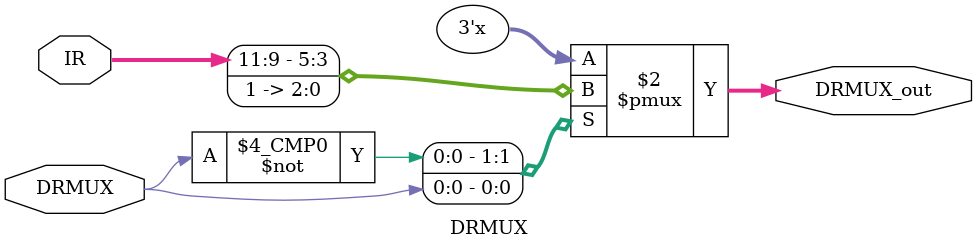
<source format=sv>
module DRMUX(
	input logic DRMUX,
	input logic [15:0] IR,
	output logic [2:0] DRMUX_out);
	always_comb
	begin	 
   unique case (DRMUX) 
	 	   1'b0   : DRMUX_out = IR[11:9];
		   1'b1   : DRMUX_out = 3'b111;
	endcase
	end 
endmodule
	
</source>
